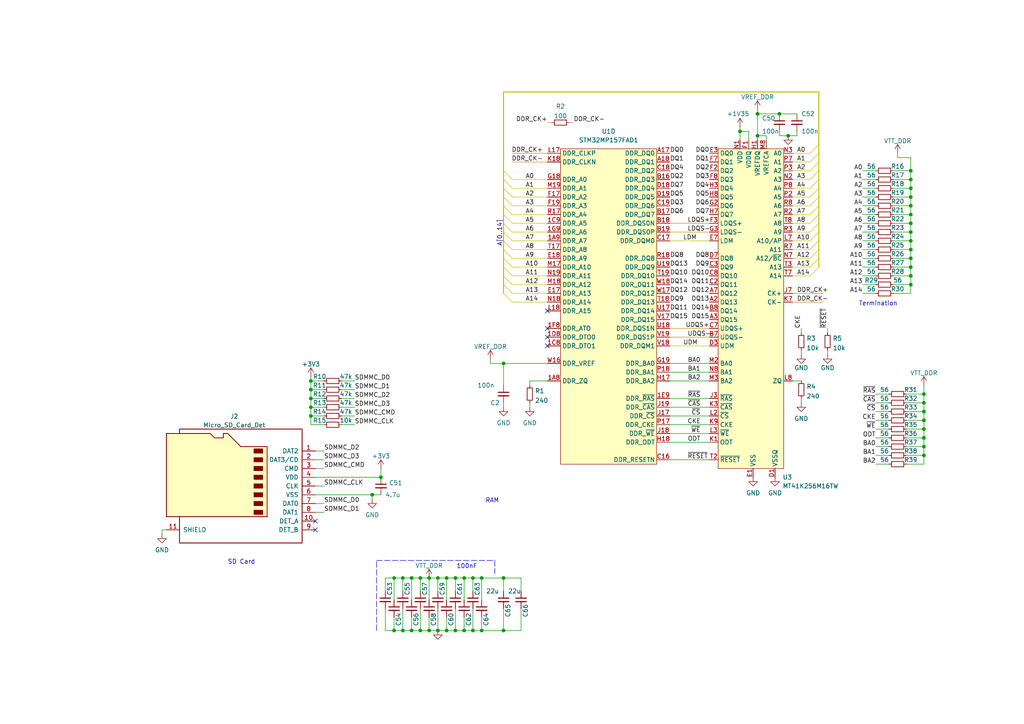
<source format=kicad_sch>
(kicad_sch (version 20231120) (generator "eeschema") (generator_version "8.0")
  (paper "A4")
  (junction (at 90.17 120.65))
  (junction (at 264.16 74.93))
  (junction (at 124.46 167.64))
  (junction (at 146.05 105.41))
  (junction (at 132.08 167.64))
  (junction (at 226.06 33.02))
  (junction (at 219.71 39.37))
  (junction (at 121.92 182.88))
  (junction (at 110.49 138.43))
  (junction (at 127 182.88))
  (junction (at 264.16 77.47))
  (junction (at 90.17 110.49))
  (junction (at 228.6 39.37))
  (junction (at 90.17 118.11))
  (junction (at 264.16 64.77))
  (junction (at 267.97 121.92))
  (junction (at 119.38 182.88))
  (junction (at 134.62 182.88))
  (junction (at 219.71 33.02))
  (junction (at 121.92 167.64))
  (junction (at 139.7 182.88))
  (junction (at 267.97 124.46))
  (junction (at 127 167.64))
  (junction (at 116.84 167.64))
  (junction (at 90.17 113.03))
  (junction (at 124.46 182.88))
  (junction (at 264.16 69.85))
  (junction (at 267.97 129.54))
  (junction (at 267.97 119.38))
  (junction (at 139.7 167.64))
  (junction (at 264.16 52.07))
  (junction (at 264.16 62.23))
  (junction (at 90.17 115.57))
  (junction (at 264.16 49.53))
  (junction (at 137.16 182.88))
  (junction (at 264.16 80.01))
  (junction (at 267.97 116.84))
  (junction (at 267.97 127))
  (junction (at 264.16 57.15))
  (junction (at 267.97 114.3))
  (junction (at 264.16 82.55))
  (junction (at 114.3 167.64))
  (junction (at 129.54 167.64))
  (junction (at 107.95 143.51))
  (junction (at 134.62 167.64))
  (junction (at 264.16 72.39))
  (junction (at 137.16 167.64))
  (junction (at 116.84 182.88))
  (junction (at 146.05 167.64))
  (junction (at 119.38 167.64))
  (junction (at 264.16 54.61))
  (junction (at 146.05 182.88))
  (junction (at 264.16 59.69))
  (junction (at 129.54 182.88))
  (junction (at 132.08 182.88))
  (junction (at 114.3 182.88))
  (junction (at 264.16 67.31))
  (junction (at 267.97 132.08))
  (junction (at 214.63 38.1))
  (no_connect (at 158.75 90.17))
  (no_connect (at 158.75 100.33))
  (no_connect (at 91.44 151.13))
  (no_connect (at 158.75 95.25))
  (no_connect (at 158.75 97.79))
  (no_connect (at 91.44 153.67))
  (bus_entry (at 234.95 69.85) (size 2.54 -2.54) (stroke (width 0) (color 194 194 0 1)))
  (bus_entry (at 148.59 85.09) (size -2.54 -2.54) (stroke (width 0) (color 194 194 0 1)))
  (bus_entry (at 234.95 54.61) (size 2.54 -2.54) (stroke (width 0) (color 194 194 0 1)))
  (bus_entry (at 234.95 44.45) (size 2.54 -2.54) (stroke (width 0) (color 194 194 0 1)))
  (bus_entry (at 148.59 59.69) (size -2.54 -2.54) (stroke (width 0) (color 194 194 0 1)))
  (bus_entry (at 148.59 67.31) (size -2.54 -2.54) (stroke (width 0) (color 194 194 0 1)))
  (bus_entry (at 148.59 62.23) (size -2.54 -2.54) (stroke (width 0) (color 194 194 0 1)))
  (bus_entry (at 148.59 74.93) (size -2.54 -2.54) (stroke (width 0) (color 194 194 0 1)))
  (bus_entry (at 148.59 64.77) (size -2.54 -2.54) (stroke (width 0) (color 194 194 0 1)))
  (bus_entry (at 148.59 80.01) (size -2.54 -2.54) (stroke (width 0) (color 194 194 0 1)))
  (bus_entry (at 234.95 59.69) (size 2.54 -2.54) (stroke (width 0) (color 194 194 0 1)))
  (bus_entry (at 234.95 80.01) (size 2.54 -2.54) (stroke (width 0) (color 194 194 0 1)))
  (bus_entry (at 148.59 54.61) (size -2.54 -2.54) (stroke (width 0) (color 194 194 0 1)))
  (bus_entry (at 148.59 72.39) (size -2.54 -2.54) (stroke (width 0) (color 194 194 0 1)))
  (bus_entry (at 148.59 57.15) (size -2.54 -2.54) (stroke (width 0) (color 194 194 0 1)))
  (bus_entry (at 234.95 52.07) (size 2.54 -2.54) (stroke (width 0) (color 194 194 0 1)))
  (bus_entry (at 234.95 67.31) (size 2.54 -2.54) (stroke (width 0) (color 194 194 0 1)))
  (bus_entry (at 234.95 64.77) (size 2.54 -2.54) (stroke (width 0) (color 194 194 0 1)))
  (bus_entry (at 234.95 74.93) (size 2.54 -2.54) (stroke (width 0) (color 194 194 0 1)))
  (bus_entry (at 234.95 62.23) (size 2.54 -2.54) (stroke (width 0) (color 194 194 0 1)))
  (bus_entry (at 148.59 82.55) (size -2.54 -2.54) (stroke (width 0) (color 194 194 0 1)))
  (bus_entry (at 234.95 72.39) (size 2.54 -2.54) (stroke (width 0) (color 194 194 0 1)))
  (bus_entry (at 234.95 49.53) (size 2.54 -2.54) (stroke (width 0) (color 194 194 0 1)))
  (bus_entry (at 234.95 46.99) (size 2.54 -2.54) (stroke (width 0) (color 194 194 0 1)))
  (bus_entry (at 148.59 77.47) (size -2.54 -2.54) (stroke (width 0) (color 194 194 0 1)))
  (bus_entry (at 148.59 87.63) (size -2.54 -2.54) (stroke (width 0) (color 194 194 0 1)))
  (bus_entry (at 234.95 77.47) (size 2.54 -2.54) (stroke (width 0) (color 194 194 0 1)))
  (bus_entry (at 148.59 69.85) (size -2.54 -2.54) (stroke (width 0) (color 194 194 0 1)))
  (bus_entry (at 234.95 57.15) (size 2.54 -2.54) (stroke (width 0) (color 194 194 0 1)))
  (bus_entry (at 148.59 52.07) (size -2.54 -2.54) (stroke (width 0) (color 194 194 0 1)))
  (wire (pts (xy 151.13 182.88) (xy 146.05 182.88)))
  (wire (pts (xy 194.31 100.33) (xy 205.74 100.33)) (stroke (width 0) (color 194 194 0 1)))
  (wire (pts (xy 267.97 111.76) (xy 267.97 114.3)))
  (wire (pts (xy 111.76 176.53) (xy 111.76 182.88)))
  (wire (pts (xy 91.44 140.97) (xy 93.98 140.97)))
  (wire (pts (xy 134.62 167.64) (xy 134.62 173.99)))
  (wire (pts (xy 250.19 80.01) (xy 254 80.01)))
  (wire (pts (xy 129.54 182.88) (xy 127 182.88)))
  (wire (pts (xy 222.25 40.64) (xy 222.25 39.37)))
  (wire (pts (xy 134.62 182.88) (xy 132.08 182.88)))
  (wire (pts (xy 91.44 148.59) (xy 93.98 148.59)))
  (wire (pts (xy 114.3 179.07) (xy 114.3 182.88)))
  (wire (pts (xy 229.87 52.07) (xy 234.95 52.07)) (stroke (width 0) (color 194 194 0 1)))
  (wire (pts (xy 132.08 182.88) (xy 129.54 182.88)))
  (wire (pts (xy 148.59 62.23) (xy 158.75 62.23)) (stroke (width 0) (color 194 194 0 1)))
  (wire (pts (xy 91.44 138.43) (xy 110.49 138.43)))
  (wire (pts (xy 99.06 113.03) (xy 102.87 113.03)))
  (wire (pts (xy 129.54 167.64) (xy 129.54 173.99)))
  (wire (pts (xy 148.59 46.99) (xy 158.75 46.99)) (stroke (width 0) (color 221 133 0 1)))
  (wire (pts (xy 119.38 182.88) (xy 121.92 182.88)))
  (wire (pts (xy 124.46 167.64) (xy 121.92 167.64)))
  (wire (pts (xy 137.16 167.64) (xy 137.16 171.45)))
  (wire (pts (xy 107.95 143.51) (xy 110.49 143.51)))
  (wire (pts (xy 254 129.54) (xy 257.81 129.54)))
  (wire (pts (xy 148.59 57.15) (xy 158.75 57.15)) (stroke (width 0) (color 194 194 0 1)))
  (wire (pts (xy 260.35 45.72) (xy 264.16 45.72)))
  (wire (pts (xy 264.16 82.55) (xy 264.16 85.09)))
  (wire (pts (xy 158.75 35.56) (xy 160.02 35.56)) (stroke (width 0) (color 221 133 0 1)))
  (wire (pts (xy 229.87 77.47) (xy 234.95 77.47)) (stroke (width 0) (color 194 194 0 1)))
  (bus (pts (xy 237.49 41.91) (xy 237.49 26.67)) (stroke (width 0) (color 194 194 0 1)))
  (wire (pts (xy 267.97 119.38) (xy 267.97 121.92)))
  (wire (pts (xy 194.31 110.49) (xy 205.74 110.49)))
  (wire (pts (xy 132.08 167.64) (xy 134.62 167.64)))
  (wire (pts (xy 91.44 146.05) (xy 93.98 146.05)))
  (wire (pts (xy 114.3 167.64) (xy 114.3 173.99)))
  (wire (pts (xy 90.17 115.57) (xy 93.98 115.57)))
  (wire (pts (xy 240.03 95.25) (xy 240.03 96.52)))
  (bus (pts (xy 237.49 77.47) (xy 237.49 74.93)) (stroke (width 0) (color 194 194 0 1)))
  (wire (pts (xy 148.59 64.77) (xy 158.75 64.77)) (stroke (width 0) (color 194 194 0 1)))
  (wire (pts (xy 214.63 38.1) (xy 217.17 38.1)))
  (wire (pts (xy 165.1 35.56) (xy 166.37 35.56)) (stroke (width 0) (color 221 133 0 1)))
  (wire (pts (xy 219.71 33.02) (xy 219.71 39.37)))
  (wire (pts (xy 250.19 72.39) (xy 254 72.39)))
  (wire (pts (xy 119.38 167.64) (xy 119.38 173.99)))
  (wire (pts (xy 90.17 113.03) (xy 93.98 113.03)))
  (wire (pts (xy 259.08 64.77) (xy 264.16 64.77)))
  (bus (pts (xy 237.49 59.69) (xy 237.49 57.15)) (stroke (width 0) (color 194 194 0 1)))
  (wire (pts (xy 124.46 167.64) (xy 127 167.64)))
  (wire (pts (xy 250.19 82.55) (xy 254 82.55)))
  (wire (pts (xy 194.31 95.25) (xy 205.74 95.25)) (stroke (width 0) (color 221 133 0 1)))
  (wire (pts (xy 219.71 31.75) (xy 219.71 33.02)))
  (wire (pts (xy 226.06 33.02) (xy 231.14 33.02)))
  (wire (pts (xy 259.08 69.85) (xy 264.16 69.85)))
  (wire (pts (xy 229.87 46.99) (xy 234.95 46.99)) (stroke (width 0) (color 194 194 0 1)))
  (wire (pts (xy 137.16 176.53) (xy 137.16 182.88)))
  (wire (pts (xy 194.31 67.31) (xy 205.74 67.31)) (stroke (width 0) (color 221 133 0 1)))
  (wire (pts (xy 264.16 77.47) (xy 264.16 80.01)))
  (wire (pts (xy 194.31 97.79) (xy 205.74 97.79)) (stroke (width 0) (color 221 133 0 1)))
  (wire (pts (xy 129.54 179.07) (xy 129.54 182.88)))
  (wire (pts (xy 148.59 87.63) (xy 158.75 87.63)) (stroke (width 0) (color 194 194 0 1)))
  (bus (pts (xy 146.05 49.53) (xy 146.05 52.07)) (stroke (width 0) (color 194 194 0 1)))
  (wire (pts (xy 137.16 182.88) (xy 134.62 182.88)))
  (wire (pts (xy 262.89 119.38) (xy 267.97 119.38)))
  (wire (pts (xy 254 124.46) (xy 257.81 124.46)))
  (wire (pts (xy 194.31 107.95) (xy 205.74 107.95)))
  (wire (pts (xy 121.92 167.64) (xy 119.38 167.64)))
  (wire (pts (xy 229.87 80.01) (xy 234.95 80.01)) (stroke (width 0) (color 194 194 0 1)))
  (wire (pts (xy 139.7 173.99) (xy 139.7 167.64)))
  (wire (pts (xy 254 134.62) (xy 257.81 134.62)))
  (polyline (pts (xy 143.51 162.56) (xy 143.51 166.37)) (stroke (width 0) (type dash)))
  (wire (pts (xy 99.06 123.19) (xy 102.87 123.19)))
  (wire (pts (xy 260.35 44.45) (xy 260.35 45.72)))
  (wire (pts (xy 194.31 128.27) (xy 205.74 128.27)))
  (wire (pts (xy 219.71 33.02) (xy 226.06 33.02)))
  (wire (pts (xy 194.31 105.41) (xy 205.74 105.41)))
  (wire (pts (xy 262.89 116.84) (xy 267.97 116.84)))
  (wire (pts (xy 99.06 120.65) (xy 102.87 120.65)))
  (wire (pts (xy 90.17 110.49) (xy 90.17 113.03)))
  (wire (pts (xy 151.13 171.45) (xy 151.13 167.64)))
  (wire (pts (xy 254 132.08) (xy 257.81 132.08)))
  (wire (pts (xy 142.24 105.41) (xy 146.05 105.41)))
  (wire (pts (xy 250.19 69.85) (xy 254 69.85)))
  (bus (pts (xy 237.49 46.99) (xy 237.49 44.45)) (stroke (width 0) (color 194 194 0 1)))
  (wire (pts (xy 99.06 110.49) (xy 102.87 110.49)))
  (bus (pts (xy 237.49 26.67) (xy 146.05 26.67)) (stroke (width 0) (color 194 194 0 1)))
  (bus (pts (xy 146.05 77.47) (xy 146.05 80.01)) (stroke (width 0) (color 194 194 0 1)))
  (wire (pts (xy 151.13 176.53) (xy 151.13 182.88)))
  (wire (pts (xy 229.87 64.77) (xy 234.95 64.77)) (stroke (width 0) (color 194 194 0 1)))
  (bus (pts (xy 237.49 44.45) (xy 237.49 41.91)) (stroke (width 0) (color 194 194 0 1)))
  (wire (pts (xy 116.84 167.64) (xy 114.3 167.64)))
  (wire (pts (xy 148.59 69.85) (xy 158.75 69.85)) (stroke (width 0) (color 194 194 0 1)))
  (wire (pts (xy 107.95 143.51) (xy 91.44 143.51)))
  (bus (pts (xy 146.05 64.77) (xy 146.05 67.31)) (stroke (width 0) (color 194 194 0 1)))
  (bus (pts (xy 146.05 26.67) (xy 146.05 49.53)) (stroke (width 0) (color 194 194 0 1)))
  (wire (pts (xy 229.87 49.53) (xy 234.95 49.53)) (stroke (width 0) (color 194 194 0 1)))
  (bus (pts (xy 237.49 62.23) (xy 237.49 59.69)) (stroke (width 0) (color 194 194 0 1)))
  (wire (pts (xy 158.75 110.49) (xy 153.67 110.49)))
  (wire (pts (xy 254 119.38) (xy 257.81 119.38)))
  (wire (pts (xy 121.92 182.88) (xy 124.46 182.88)))
  (wire (pts (xy 99.06 115.57) (xy 102.87 115.57)))
  (wire (pts (xy 254 116.84) (xy 257.81 116.84)))
  (bus (pts (xy 146.05 82.55) (xy 146.05 85.09)) (stroke (width 0) (color 194 194 0 1)))
  (wire (pts (xy 229.87 110.49) (xy 232.41 110.49)))
  (wire (pts (xy 264.16 64.77) (xy 264.16 67.31)))
  (wire (pts (xy 229.87 44.45) (xy 234.95 44.45)) (stroke (width 0) (color 194 194 0 1)))
  (bus (pts (xy 146.05 59.69) (xy 146.05 62.23)) (stroke (width 0) (color 194 194 0 1)))
  (wire (pts (xy 90.17 115.57) (xy 90.17 118.11)))
  (wire (pts (xy 194.31 133.35) (xy 205.74 133.35)))
  (wire (pts (xy 262.89 129.54) (xy 267.97 129.54)))
  (wire (pts (xy 240.03 101.6) (xy 240.03 102.87)))
  (wire (pts (xy 264.16 54.61) (xy 264.16 57.15)))
  (wire (pts (xy 264.16 74.93) (xy 264.16 77.47)))
  (wire (pts (xy 90.17 118.11) (xy 93.98 118.11)))
  (wire (pts (xy 250.19 74.93) (xy 254 74.93)))
  (wire (pts (xy 226.06 38.1) (xy 226.06 39.37)))
  (wire (pts (xy 264.16 72.39) (xy 264.16 74.93)))
  (wire (pts (xy 99.06 118.11) (xy 102.87 118.11)))
  (bus (pts (xy 146.05 62.23) (xy 146.05 64.77)) (stroke (width 0) (color 194 194 0 1)))
  (bus (pts (xy 237.49 74.93) (xy 237.49 72.39)) (stroke (width 0) (color 194 194 0 1)))
  (wire (pts (xy 153.67 116.84) (xy 153.67 118.11)))
  (bus (pts (xy 146.05 52.07) (xy 146.05 54.61)) (stroke (width 0) (color 194 194 0 1)))
  (bus (pts (xy 237.49 69.85) (xy 237.49 67.31)) (stroke (width 0) (color 194 194 0 1)))
  (polyline (pts (xy 109.22 182.88) (xy 109.22 162.56)) (stroke (width 0) (type dash)))
  (wire (pts (xy 262.89 121.92) (xy 267.97 121.92)))
  (wire (pts (xy 124.46 182.88) (xy 127 182.88)))
  (wire (pts (xy 250.19 54.61) (xy 254 54.61)))
  (bus (pts (xy 146.05 67.31) (xy 146.05 69.85)) (stroke (width 0) (color 194 194 0 1)))
  (wire (pts (xy 194.31 69.85) (xy 205.74 69.85)) (stroke (width 0) (color 194 194 0 1)))
  (wire (pts (xy 228.6 39.37) (xy 231.14 39.37)))
  (wire (pts (xy 232.41 101.6) (xy 232.41 102.87)))
  (wire (pts (xy 259.08 82.55) (xy 264.16 82.55)))
  (wire (pts (xy 262.89 134.62) (xy 267.97 134.62)))
  (wire (pts (xy 124.46 167.64) (xy 124.46 173.99)))
  (wire (pts (xy 250.19 62.23) (xy 254 62.23)))
  (wire (pts (xy 262.89 114.3) (xy 267.97 114.3)))
  (wire (pts (xy 194.31 115.57) (xy 205.74 115.57)))
  (wire (pts (xy 259.08 80.01) (xy 264.16 80.01)))
  (bus (pts (xy 146.05 69.85) (xy 146.05 72.39)) (stroke (width 0) (color 194 194 0 1)))
  (wire (pts (xy 264.16 49.53) (xy 264.16 52.07)))
  (wire (pts (xy 264.16 59.69) (xy 264.16 62.23)))
  (wire (pts (xy 148.59 59.69) (xy 158.75 59.69)) (stroke (width 0) (color 194 194 0 1)))
  (wire (pts (xy 146.05 105.41) (xy 158.75 105.41)))
  (wire (pts (xy 267.97 129.54) (xy 267.97 132.08)))
  (wire (pts (xy 254 114.3) (xy 257.81 114.3)))
  (wire (pts (xy 259.08 77.47) (xy 264.16 77.47)))
  (wire (pts (xy 90.17 120.65) (xy 93.98 120.65)))
  (wire (pts (xy 264.16 62.23) (xy 264.16 64.77)))
  (wire (pts (xy 267.97 116.84) (xy 267.97 119.38)))
  (wire (pts (xy 127 167.64) (xy 129.54 167.64)))
  (wire (pts (xy 194.31 118.11) (xy 205.74 118.11)))
  (bus (pts (xy 146.05 54.61) (xy 146.05 57.15)) (stroke (width 0) (color 194 194 0 1)))
  (wire (pts (xy 232.41 115.57) (xy 232.41 116.84)))
  (wire (pts (xy 148.59 72.39) (xy 158.75 72.39)) (stroke (width 0) (color 194 194 0 1)))
  (wire (pts (xy 90.17 110.49) (xy 93.98 110.49)))
  (wire (pts (xy 267.97 124.46) (xy 267.97 127)))
  (wire (pts (xy 146.05 105.41) (xy 146.05 111.76)))
  (wire (pts (xy 46.99 154.94) (xy 46.99 153.67)))
  (wire (pts (xy 264.16 52.07) (xy 264.16 54.61)))
  (wire (pts (xy 132.08 176.53) (xy 132.08 182.88)))
  (wire (pts (xy 116.84 182.88) (xy 119.38 182.88)))
  (wire (pts (xy 250.19 67.31) (xy 254 67.31)))
  (wire (pts (xy 250.19 59.69) (xy 254 59.69)))
  (wire (pts (xy 90.17 113.03) (xy 90.17 115.57)))
  (wire (pts (xy 116.84 167.64) (xy 116.84 171.45)))
  (wire (pts (xy 250.19 77.47) (xy 254 77.47)))
  (bus (pts (xy 146.05 80.01) (xy 146.05 82.55)) (stroke (width 0) (color 194 194 0 1)))
  (wire (pts (xy 46.99 153.67) (xy 48.26 153.67)))
  (wire (pts (xy 229.87 85.09) (xy 238.76 85.09)) (stroke (width 0) (color 221 133 0 1)))
  (wire (pts (xy 107.95 144.78) (xy 107.95 143.51)))
  (wire (pts (xy 250.19 52.07) (xy 254 52.07)))
  (wire (pts (xy 91.44 130.81) (xy 93.98 130.81)))
  (wire (pts (xy 232.41 95.25) (xy 232.41 96.52)))
  (wire (pts (xy 219.71 39.37) (xy 219.71 40.64)))
  (bus (pts (xy 237.49 52.07) (xy 237.49 49.53)) (stroke (width 0) (color 194 194 0 1)))
  (wire (pts (xy 139.7 167.64) (xy 137.16 167.64)))
  (wire (pts (xy 267.97 134.62) (xy 267.97 132.08)))
  (wire (pts (xy 259.08 85.09) (xy 264.16 85.09)))
  (wire (pts (xy 134.62 179.07) (xy 134.62 182.88)))
  (wire (pts (xy 250.19 85.09) (xy 254 85.09)))
  (wire (pts (xy 264.16 80.01) (xy 264.16 82.55)))
  (wire (pts (xy 139.7 182.88) (xy 137.16 182.88)))
  (wire (pts (xy 259.08 74.93) (xy 264.16 74.93)))
  (wire (pts (xy 146.05 116.84) (xy 146.05 118.11)))
  (bus (pts (xy 146.05 74.93) (xy 146.05 77.47)) (stroke (width 0) (color 194 194 0 1)))
  (wire (pts (xy 194.31 120.65) (xy 205.74 120.65)))
  (wire (pts (xy 217.17 38.1) (xy 217.17 40.64)))
  (wire (pts (xy 254 127) (xy 257.81 127)))
  (wire (pts (xy 264.16 57.15) (xy 264.16 59.69)))
  (wire (pts (xy 148.59 52.07) (xy 158.75 52.07)) (stroke (width 0) (color 194 194 0 1)))
  (wire (pts (xy 267.97 127) (xy 267.97 129.54)))
  (wire (pts (xy 262.89 132.08) (xy 267.97 132.08)))
  (wire (pts (xy 148.59 44.45) (xy 158.75 44.45)) (stroke (width 0) (color 221 133 0 1)))
  (wire (pts (xy 229.87 57.15) (xy 234.95 57.15)) (stroke (width 0) (color 194 194 0 1)))
  (wire (pts (xy 259.08 54.61) (xy 264.16 54.61)))
  (wire (pts (xy 129.54 167.64) (xy 132.08 167.64)))
  (wire (pts (xy 90.17 118.11) (xy 90.17 120.65)))
  (wire (pts (xy 146.05 182.88) (xy 139.7 182.88)))
  (wire (pts (xy 134.62 167.64) (xy 137.16 167.64)))
  (wire (pts (xy 153.67 110.49) (xy 153.67 111.76)))
  (bus (pts (xy 146.05 72.39) (xy 146.05 74.93)) (stroke (width 0) (color 194 194 0 1)))
  (wire (pts (xy 194.31 125.73) (xy 205.74 125.73)))
  (wire (pts (xy 148.59 82.55) (xy 158.75 82.55)) (stroke (width 0) (color 194 194 0 1)))
  (wire (pts (xy 111.76 167.64) (xy 111.76 171.45)))
  (wire (pts (xy 91.44 135.89) (xy 93.98 135.89)))
  (wire (pts (xy 267.97 121.92) (xy 267.97 124.46)))
  (bus (pts (xy 237.49 49.53) (xy 237.49 46.99)) (stroke (width 0) (color 194 194 0 1)))
  (wire (pts (xy 142.24 104.14) (xy 142.24 105.41)))
  (wire (pts (xy 229.87 74.93) (xy 234.95 74.93)) (stroke (width 0) (color 194 194 0 1)))
  (wire (pts (xy 116.84 176.53) (xy 116.84 182.88)))
  (wire (pts (xy 259.08 57.15) (xy 264.16 57.15)))
  (wire (pts (xy 132.08 167.64) (xy 132.08 171.45)))
  (wire (pts (xy 148.59 67.31) (xy 158.75 67.31)) (stroke (width 0) (color 194 194 0 1)))
  (bus (pts (xy 237.49 67.31) (xy 237.49 64.77)) (stroke (width 0) (color 194 194 0 1)))
  (wire (pts (xy 250.19 64.77) (xy 254 64.77)))
  (wire (pts (xy 121.92 176.53) (xy 121.92 182.88)))
  (wire (pts (xy 148.59 54.61) (xy 158.75 54.61)) (stroke (width 0) (color 194 194 0 1)))
  (wire (pts (xy 127 176.53) (xy 127 182.88)))
  (wire (pts (xy 90.17 123.19) (xy 93.98 123.19)))
  (bus (pts (xy 237.49 54.61) (xy 237.49 52.07)) (stroke (width 0) (color 194 194 0 1)))
  (bus (pts (xy 237.49 57.15) (xy 237.49 54.61)) (stroke (width 0) (color 194 194 0 1)))
  (bus (pts (xy 237.49 64.77) (xy 237.49 62.23)) (stroke (width 0) (color 194 194 0 1)))
  (wire (pts (xy 229.87 62.23) (xy 234.95 62.23)) (stroke (width 0) (color 194 194 0 1)))
  (wire (pts (xy 114.3 182.88) (xy 116.84 182.88)))
  (wire (pts (xy 110.49 135.89) (xy 110.49 138.43)))
  (wire (pts (xy 148.59 77.47) (xy 158.75 77.47)) (stroke (width 0) (color 194 194 0 1)))
  (bus (pts (xy 146.05 57.15) (xy 146.05 59.69)) (stroke (width 0) (color 194 194 0 1)))
  (wire (pts (xy 146.05 176.53) (xy 146.05 182.88)))
  (polyline (pts (xy 109.22 162.56) (xy 143.51 162.56)) (stroke (width 0) (type dash)))
  (wire (pts (xy 226.06 39.37) (xy 228.6 39.37)))
  (wire (pts (xy 259.08 59.69) (xy 264.16 59.69)))
  (wire (pts (xy 148.59 80.01) (xy 158.75 80.01)) (stroke (width 0) (color 194 194 0 1)))
  (wire (pts (xy 264.16 69.85) (xy 264.16 72.39)))
  (wire (pts (xy 214.63 36.83) (xy 214.63 38.1)))
  (wire (pts (xy 229.87 54.61) (xy 234.95 54.61)) (stroke (width 0) (color 194 194 0 1)))
  (wire (pts (xy 90.17 109.22) (xy 90.17 110.49)))
  (wire (pts (xy 139.7 179.07) (xy 139.7 182.88)))
  (wire (pts (xy 90.17 120.65) (xy 90.17 123.19)))
  (wire (pts (xy 229.87 69.85) (xy 234.95 69.85)) (stroke (width 0) (color 194 194 0 1)))
  (wire (pts (xy 127 167.64) (xy 127 171.45)))
  (wire (pts (xy 119.38 167.64) (xy 116.84 167.64)))
  (wire (pts (xy 250.19 49.53) (xy 254 49.53)))
  (wire (pts (xy 259.08 72.39) (xy 264.16 72.39)))
  (wire (pts (xy 148.59 85.09) (xy 158.75 85.09)) (stroke (width 0) (color 194 194 0 1)))
  (wire (pts (xy 121.92 167.64) (xy 121.92 171.45)))
  (wire (pts (xy 264.16 45.72) (xy 264.16 49.53)))
  (wire (pts (xy 259.08 67.31) (xy 264.16 67.31)))
  (wire (pts (xy 229.87 67.31) (xy 234.95 67.31)) (stroke (width 0) (color 194 194 0 1)))
  (wire (pts (xy 194.31 123.19) (xy 205.74 123.19)))
  (wire (pts (xy 254 121.92) (xy 257.81 121.92)))
  (wire (pts (xy 222.25 39.37) (xy 219.71 39.37)))
  (wire (pts (xy 91.44 133.35) (xy 93.98 133.35)))
  (wire (pts (xy 194.31 64.77) (xy 205.74 64.77)) (stroke (width 0) (color 221 133 0 1)))
  (wire (pts (xy 229.87 59.69) (xy 234.95 59.69)) (stroke (width 0) (color 194 194 0 1)))
  (wire (pts (xy 111.76 182.88) (xy 114.3 182.88)))
  (wire (pts (xy 262.89 124.46) (xy 267.97 124.46)))
  (wire (pts (xy 124.46 179.07) (xy 124.46 182.88)))
  (wire (pts (xy 119.38 179.07) (xy 119.38 182.88)))
  (wire (pts (xy 259.08 62.23) (xy 264.16 62.23)))
  (wire (pts (xy 114.3 167.64) (xy 111.76 167.64)))
  (wire (pts (xy 146.05 167.64) (xy 146.05 171.45)))
  (wire (pts (xy 231.14 39.37) (xy 231.14 38.1)))
  (wire (pts (xy 229.87 72.39) (xy 234.95 72.39)) (stroke (width 0) (color 194 194 0 1)))
  (wire (pts (xy 259.08 49.53) (xy 264.16 49.53)))
  (bus (pts (xy 237.49 72.39) (xy 237.49 69.85)) (stroke (width 0) (color 194 194 0 1)))
  (wire (pts (xy 267.97 114.3) (xy 267.97 116.84)))
  (wire (pts (xy 250.19 57.15) (xy 254 57.15)))
  (wire (pts (xy 229.87 87.63) (xy 238.76 87.63)) (stroke (width 0) (color 221 133 0 1)))
  (wire (pts (xy 151.13 167.64) (xy 146.05 167.64)))
  (wire (pts (xy 259.08 52.07) (xy 264.16 52.07)))
  (wire (pts (xy 264.16 67.31) (xy 264.16 69.85)))
  (wire (pts (xy 146.05 167.64) (xy 139.7 167.64)))
  (wire (pts (xy 214.63 38.1) (xy 214.63 40.64)))
  (wire (pts (xy 148.59 74.93) (xy 158.75 74.93)) (stroke (width 0) (color 194 194 0 1)))
  (wire (pts (xy 262.89 127) (xy 267.97 127)))
  (text "RAM" (at 144.78 146.05 0) (effects (font (size 1.27 1.27)) (justify right bottom)))
  (text "SD Card" (at 66.04 163.83 0) (effects (font (size 1.27 1.27)) (justify left bottom)))
  (text "100nF" (at 138.43 165.1 0) (effects (font (size 1.27 1.27)) (justify right bottom)))
  (text "Termination" (at 260.35 88.9 0) (effects (font (size 1.27 1.27)) (justify right bottom)))
  (label "A13" (at 152.4 85.09 0))
  (label "DQ14" (at 194.31 82.55 0))
  (label "DDR_CK-" (at 166.37 35.56 0))
  (label "DQ5" (at 205.74 57.15 180))
  (label "DQ15" (at 194.31 92.71 0))
  (label "~{WE}" (at 254 124.46 180))
  (label "~{WE}" (at 203.2 125.73 180))
  (label "A7" (at 231.14 62.23 0))
  (label "DQ11" (at 194.31 90.17 0))
  (label "A10" (at 152.4 77.47 0))
  (label "A8" (at 152.4 72.39 0))
  (label "A6" (at 152.4 67.31 0))
  (label "DDR_CK-" (at 157.48 46.99 180))
  (label "A6" (at 231.14 59.69 0))
  (label "A3" (at 152.4 59.69 0))
  (label "DQ8" (at 194.31 74.93 0))
  (label "A0" (at 231.14 44.45 0))
  (label "A3" (at 250.19 57.15 180))
  (label "DQ6" (at 205.74 59.69 180))
  (label "A7" (at 250.19 67.31 180))
  (label "DQ10" (at 194.31 80.01 0))
  (label "DQ11" (at 205.74 82.55 180))
  (label "A12" (at 152.4 82.55 0))
  (label "SDMMC_CLK" (at 93.98 140.97 0))
  (label "DQ10" (at 205.74 80.01 180))
  (label "SDMMC_CMD" (at 102.87 120.65 0))
  (label "A11" (at 152.4 80.01 0))
  (label "CKE" (at 254 121.92 180))
  (label "SDMMC_D3" (at 102.87 118.11 0))
  (label "A1" (at 231.14 46.99 0))
  (label "A1" (at 152.4 54.61 0))
  (label "DDR_CK+" (at 158.75 35.56 180))
  (label "A[0..14]" (at 146.05 63.5 270))
  (label "SDMMC_D3" (at 93.98 133.35 0))
  (label "DQ9" (at 205.74 77.47 180))
  (label "DQ3" (at 205.74 52.07 180))
  (label "DQ5" (at 194.31 57.15 0))
  (label "A2" (at 231.14 49.53 0))
  (label "A4" (at 152.4 62.23 0))
  (label "SDMMC_D2" (at 93.98 130.81 0))
  (label "A2" (at 152.4 57.15 0))
  (label "~{CAS}" (at 254 116.84 180))
  (label "A5" (at 231.14 57.15 0))
  (label "A1" (at 250.19 52.07 180))
  (label "A13" (at 231.14 77.47 0))
  (label "A4" (at 231.14 54.61 0))
  (label "A5" (at 250.19 62.23 180))
  (label "UDQS-" (at 199.39 97.79 0))
  (label "DQ2" (at 205.74 49.53 180))
  (label "DQ9" (at 194.31 87.63 0))
  (label "LDQS-" (at 199.39 67.31 0))
  (label "BA2" (at 203.2 110.49 180))
  (label "A3" (at 231.14 52.07 0))
  (label "A11" (at 231.14 72.39 0))
  (label "CKE" (at 232.41 95.25 90))
  (label "DDR_CK+" (at 157.48 44.45 180))
  (label "A14" (at 250.19 85.09 180))
  (label "DQ13" (at 194.31 77.47 0))
  (label "SDMMC_D1" (at 102.87 113.03 0))
  (label "DQ1" (at 194.31 46.99 0))
  (label "UDM" (at 198.12 100.33 0))
  (label "ODT" (at 203.2 128.27 180))
  (label "SDMMC_D1" (at 93.98 148.59 0))
  (label "LDQS+" (at 199.39 64.77 0))
  (label "SDMMC_D0" (at 93.98 146.05 0))
  (label "A0" (at 250.19 49.53 180))
  (label "A0" (at 152.4 52.07 0))
  (label "DDR_CK+" (at 231.14 85.09 0))
  (label "DQ4" (at 194.31 49.53 0))
  (label "DQ7" (at 194.31 54.61 0))
  (label "DQ0" (at 194.31 44.45 0))
  (label "A9" (at 231.14 67.31 0))
  (label "A6" (at 250.19 64.77 180))
  (label "LDM" (at 198.12 69.85 0))
  (label "DQ13" (at 205.74 87.63 180))
  (label "BA1" (at 203.2 107.95 180))
  (label "A10" (at 250.19 74.93 180))
  (label "~{CS}" (at 254 119.38 180))
  (label "DQ8" (at 205.74 74.93 180))
  (label "DQ6" (at 194.31 62.23 0))
  (label "~{CS}" (at 203.2 120.65 180))
  (label "~{RAS}" (at 203.2 115.57 180))
  (label "~{RESET}" (at 240.03 95.25 90))
  (label "A14" (at 152.4 87.63 0))
  (label "DQ12" (at 205.74 85.09 180))
  (label "UDQS+" (at 205.74 95.25 180))
  (label "DQ15" (at 205.74 92.71 180))
  (label "BA2" (at 254 134.62 180))
  (label "SDMMC_CLK" (at 102.87 123.19 0))
  (label "A8" (at 250.19 69.85 180))
  (label "SDMMC_D0" (at 102.87 110.49 0))
  (label "A13" (at 250.19 82.55 180))
  (label "DQ0" (at 205.74 44.45 180))
  (label "A11" (at 250.19 77.47 180))
  (label "BA1" (at 254 132.08 180))
  (label "DQ1" (at 205.74 46.99 180))
  (label "ODT" (at 254 127 180))
  (label "A12" (at 250.19 80.01 180))
  (label "DQ3" (at 194.31 59.69 0))
  (label "A12" (at 231.14 74.93 0))
  (label "DQ14" (at 205.74 90.17 180))
  (label "A14" (at 231.14 80.01 0))
  (label "BA0" (at 203.2 105.41 180))
  (label "A2" (at 250.19 54.61 180))
  (label "BA0" (at 254 129.54 180))
  (label "~{RAS}" (at 254 114.3 180))
  (label "SDMMC_CMD" (at 93.98 135.89 0))
  (label "DQ2" (at 194.31 52.07 0))
  (label "A8" (at 231.14 64.77 0))
  (label "A9" (at 250.19 72.39 180))
  (label "A9" (at 152.4 74.93 0))
  (label "~{CAS}" (at 203.2 118.11 180))
  (label "CKE" (at 199.39 123.19 0))
  (label "DDR_CK-" (at 231.14 87.63 0))
  (label "SDMMC_D2" (at 102.87 115.57 0))
  (label "DQ7" (at 205.74 62.23 180))
  (label "DQ4" (at 205.74 54.61 180))
  (label "~{RESET}" (at 199.39 133.35 0))
  (label "A5" (at 152.4 64.77 0))
  (label "DQ12" (at 194.31 85.09 0))
  (label "A4" (at 250.19 59.69 180))
  (label "A7" (at 152.4 69.85 0))
  (label "A10" (at 231.14 69.85 0))
  (symbol (lib_id "Device:C_Small") (at 124.46 176.53 0) (unit 1)
    (property "Reference" "C58" (at 125.73 181.61 90) (effects (justify left)))
    (property "Value" "100n" (effects (hide yes)))
    (property "Footprint" "Capacitor_SMD:C_0402_1005Metric" (effects (hide yes)))
  )
  (symbol (lib_id "power:GND") (at 228.6 39.37 0) (unit 1)
    (property "Reference" "#PWR080" (effects (hide yes)))
    (property "Value" "GND" (effects (hide yes)))
  )
  (symbol (lib_id "power:+3.3V") (at 110.49 135.89 0) (unit 1)
    (property "Reference" "#PWR052" (effects (hide yes)))
    (property "Value" "+3V3" (at 110.49 132.2855 0))
  )
  (symbol (lib_id "Device:R_Small") (at 256.54 85.09 90) (unit 1)
    (property "Reference" "R30" (at 260.35 83.82 90))
    (property "Value" "56" (at 252.73 83.82 90))
    (property "Footprint" "Resistor_SMD:R_0402_1005Metric" (effects (hide yes)))
  )
  (symbol (lib_id "Device:R_Small") (at 260.35 121.92 90) (unit 1)
    (property "Reference" "R34" (at 264.16 120.65 90))
    (property "Value" "56" (at 256.54 120.65 90))
    (property "Footprint" "Resistor_SMD:R_0402_1005Metric" (effects (hide yes)))
  )
  (symbol (lib_id "Device:C_Small") (at 226.06 35.56 0) (unit 1)
    (property "Reference" "C50" (at 220.98 34.29 0) (effects (justify left)))
    (property "Value" "100n" (at 220.98 38.1 0) (effects (justify left)))
    (property "Footprint" "Capacitor_SMD:C_0402_1005Metric" (effects (hide yes)))
  )
  (symbol (lib_id "Device:R_Small") (at 256.54 62.23 90) (unit 1)
    (property "Reference" "R21" (at 260.35 60.96 90))
    (property "Value" "56" (at 252.73 60.96 90))
    (property "Footprint" "Resistor_SMD:R_0402_1005Metric" (effects (hide yes)))
  )
  (symbol (lib_id "Device:C_Small") (at 111.76 173.99 0) (unit 1)
    (property "Reference" "C53" (at 113.03 172.72 90) (effects (justify left)))
    (property "Value" "100n" (effects (hide yes)))
    (property "Footprint" "Capacitor_SMD:C_0402_1005Metric" (effects (hide yes)))
  )
  (symbol (lib_id "power:GND") (at 232.41 102.87 0) (unit 1)
    (property "Reference" "#PWR081" (effects (hide yes)))
    (property "Value" "GND" (at 232.41 106.68 0))
  )
  (symbol (lib_id "Device:R_Small") (at 260.35 129.54 90) (unit 1)
    (property "Reference" "R37" (at 264.16 128.27 90))
    (property "Value" "56" (at 256.54 128.27 90))
    (property "Footprint" "Resistor_SMD:R_0402_1005Metric" (effects (hide yes)))
  )
  (symbol (lib_id "Device:C_Small") (at 132.08 173.99 0) (unit 1)
    (property "Reference" "C61" (at 133.35 172.72 90) (effects (justify left)))
    (property "Value" "100n" (effects (hide yes)))
    (property "Footprint" "Capacitor_SMD:C_0402_1005Metric" (effects (hide yes)))
  )
  (symbol (lib_id "Device:R_Small") (at 232.41 99.06 0) (unit 1)
    (property "Reference" "R3" (at 233.9086 98.1515 0) (effects (justify left)))
    (property "Value" "10k" (at 233.9086 100.9266 0) (effects (justify left)))
    (property "Footprint" "Resistor_SMD:R_0402_1005Metric" (effects (hide yes)))
  )
  (symbol (lib_id "Device:R_Small") (at 153.67 114.3 0) (unit 1)
    (property "Reference" "R1" (at 155.1686 113.3915 0) (effects (justify left)))
    (property "Value" "240" (at 155.1686 116.1666 0) (effects (justify left)))
    (property "Footprint" "Resistor_SMD:R_0402_1005Metric" (effects (hide yes)))
  )
  (symbol (lib_id "Connector:Micro_SD_Card_Det") (at 68.58 140.97 0) (mirror y) (unit 1)
    (property "Reference" "J2" (at 67.945 120.7602 0))
    (property "Value" "Micro_SD_Card_Det" (at 67.945 123.2971 0))
    (property "Footprint" "Connector_Card:microSD_HC_Molex_104031-0811" (effects (hide yes)))
    (property "Datasheet" "https://www.hirose.com/product/en/download_file/key_name/DM3/category/Catalog/doc_file_id/49662/?file_category_id=4&item_id=195&is_series=1" (effects (hide yes)))
  )
  (symbol (lib_id "Device:R_Small") (at 256.54 69.85 90) (unit 1)
    (property "Reference" "R24" (at 260.35 68.58 90))
    (property "Value" "56" (at 252.73 68.58 90))
    (property "Footprint" "Resistor_SMD:R_0402_1005Metric" (effects (hide yes)))
  )
  (symbol (lib_id "Device:C_Small") (at 146.05 173.99 0) (unit 1)
    (property "Reference" "C65" (at 147.32 179.07 90) (effects (justify left)))
    (property "Value" "22u" (at 140.97 171.45 0) (effects (justify left)))
    (property "Footprint" "Capacitor_SMD:C_0805_2012Metric" (effects (hide yes)))
  )
  (symbol (lib_id "Device:R_Small") (at 96.52 113.03 270) (unit 1)
    (property "Reference" "R11" (at 92.71 111.76 90))
    (property "Value" "47k" (at 100.33 111.76 90))
    (property "Footprint" "Resistor_SMD:R_0402_1005Metric" (effects (hide yes)))
  )
  (symbol (lib_id "Device:R_Small") (at 232.41 113.03 0) (unit 1)
    (property "Reference" "R4" (at 233.9086 112.1215 0) (effects (justify left)))
    (property "Value" "240" (at 233.9086 114.8966 0) (effects (justify left)))
    (property "Footprint" "Resistor_SMD:R_0402_1005Metric" (effects (hide yes)))
  )
  (symbol (lib_id "Personal:VREF_DDR") (at 219.71 31.75 0) (unit 1)
    (property "Reference" "#PWR078" (effects (hide yes)))
    (property "Value" "VREF_DDR" (at 219.71 28.1455 0))
  )
  (symbol (lib_id "Device:R_Small") (at 256.54 54.61 90) (unit 1)
    (property "Reference" "R18" (at 260.35 53.34 90))
    (property "Value" "56" (at 252.73 53.34 90))
    (property "Footprint" "Resistor_SMD:R_0402_1005Metric" (effects (hide yes)))
  )
  (symbol (lib_id "power:GND") (at 218.44 138.43 0) (unit 1)
    (property "Reference" "#PWR077" (effects (hide yes)))
    (property "Value" "GND" (at 218.44 142.9925 0))
  )
  (symbol (lib_id "power:GND") (at 240.03 102.87 0) (unit 1)
    (property "Reference" "#PWR083" (effects (hide yes)))
    (property "Value" "GND" (at 240.03 106.68 0))
  )
  (symbol (lib_id "Device:R_Small") (at 260.35 116.84 90) (unit 1)
    (property "Reference" "R32" (at 264.16 115.57 90))
    (property "Value" "56" (at 256.54 115.57 90))
    (property "Footprint" "Resistor_SMD:R_0402_1005Metric" (effects (hide yes)))
  )
  (symbol (lib_id "Device:R_Small") (at 240.03 99.06 0) (unit 1)
    (property "Reference" "R5" (at 241.5286 98.1515 0) (effects (justify left)))
    (property "Value" "10k" (at 241.5286 100.9266 0) (effects (justify left)))
    (property "Footprint" "Resistor_SMD:R_0402_1005Metric" (effects (hide yes)))
  )
  (symbol (lib_id "Device:R_Small") (at 256.54 82.55 270) (mirror x) (unit 1)
    (property "Reference" "R29" (at 252.73 81.28 90))
    (property "Value" "56" (at 260.35 81.28 90))
    (property "Footprint" "Resistor_SMD:R_0402_1005Metric" (effects (hide yes)))
  )
  (symbol (lib_id "power:GND") (at 46.99 154.94 0) (unit 1)
    (property "Reference" "#PWR048" (effects (hide yes)))
    (property "Value" "GND" (at 46.99 159.5025 0))
  )
  (symbol (lib_id "Personal:VTT_DDR") (at 260.35 44.45 0) (unit 1)
    (property "Reference" "#PWR084" (effects (hide yes)))
    (property "Value" "VTT_DDR" (at 260.35 40.8742 0))
  )
  (symbol (lib_id "power:GND") (at 146.05 118.11 0) (unit 1)
    (property "Reference" "#PWR054" (effects (hide yes)))
    (property "Value" "GND" (at 146.05 122.6725 0))
  )
  (symbol (lib_id "Device:R_Small") (at 256.54 57.15 90) (unit 1)
    (property "Reference" "R19" (at 260.35 55.88 90))
    (property "Value" "56" (at 252.73 55.88 90))
    (property "Footprint" "Resistor_SMD:R_0402_1005Metric" (effects (hide yes)))
  )
  (symbol (lib_id "Device:R_Small") (at 260.35 127 90) (unit 1)
    (property "Reference" "R36" (at 264.16 125.73 90))
    (property "Value" "56" (at 256.54 125.73 90))
    (property "Footprint" "Resistor_SMD:R_0402_1005Metric" (effects (hide yes)))
  )
  (symbol (lib_id "Device:R_Small") (at 256.54 59.69 90) (unit 1)
    (property "Reference" "R20" (at 260.35 58.42 90))
    (property "Value" "56" (at 252.73 58.42 90))
    (property "Footprint" "Resistor_SMD:R_0402_1005Metric" (effects (hide yes)))
  )
  (symbol (lib_id "power:GND") (at 127 182.88 0) (unit 1)
    (property "Reference" "#PWR086" (effects (hide yes)))
    (property "Value" "GND" (effects (hide yes)))
  )
  (symbol (lib_id "Device:R_Small") (at 256.54 74.93 90) (unit 1)
    (property "Reference" "R26" (at 260.35 73.66 90))
    (property "Value" "56" (at 252.73 73.66 90))
    (property "Footprint" "Resistor_SMD:R_0402_1005Metric" (effects (hide yes)))
  )
  (symbol (lib_id "Device:C_Small") (at 119.38 176.53 0) (unit 1)
    (property "Reference" "C56" (at 120.65 181.61 90) (effects (justify left)))
    (property "Value" "100n" (effects (hide yes)))
    (property "Footprint" "Capacitor_SMD:C_0402_1005Metric" (effects (hide yes)))
  )
  (symbol (lib_id "power:GND") (at 153.67 118.11 0) (unit 1)
    (property "Reference" "#PWR075" (effects (hide yes)))
    (property "Value" "GND" (at 153.67 122.6725 0))
  )
  (symbol (lib_id "Device:R_Small") (at 96.52 110.49 270) (unit 1)
    (property "Reference" "R10" (at 92.71 109.22 90))
    (property "Value" "47k" (at 100.33 109.22 90))
    (property "Footprint" "Resistor_SMD:R_0402_1005Metric" (effects (hide yes)))
  )
  (symbol (lib_id "Device:C_Small") (at 127 173.99 0) (unit 1)
    (property "Reference" "C59" (at 128.27 172.72 90) (effects (justify left)))
    (property "Value" "100n" (effects (hide yes)))
    (property "Footprint" "Capacitor_SMD:C_0402_1005Metric" (effects (hide yes)))
  )
  (symbol (lib_id "Device:R_Small") (at 162.56 35.56 90) (unit 1)
    (property "Reference" "R2" (at 162.56 30.8569 90))
    (property "Value" "100" (at 162.56 33.632 90))
    (property "Footprint" "Resistor_SMD:R_0402_1005Metric" (effects (hide yes)))
  )
  (symbol (lib_id "Device:R_Small") (at 260.35 119.38 90) (unit 1)
    (property "Reference" "R33" (at 264.16 118.11 90))
    (property "Value" "56" (at 256.54 118.11 90))
    (property "Footprint" "Resistor_SMD:R_0402_1005Metric" (effects (hide yes)))
  )
  (symbol (lib_id "Device:C_Small") (at 231.14 35.56 0) (unit 1)
    (property "Reference" "C52" (at 232.41 33.02 0) (effects (justify left)))
    (property "Value" "100n" (at 232.41 38.1 0) (effects (justify left)))
    (property "Footprint" "Capacitor_SMD:C_0402_1005Metric" (effects (hide yes)))
  )
  (symbol (lib_id "Personal:VTT_DDR") (at 124.46 167.64 0) (unit 1)
    (property "Reference" "#PWR056" (effects (hide yes)))
    (property "Value" "VTT_DDR" (at 124.46 164.0642 0))
  )
  (symbol (lib_id "Device:C_Small") (at 121.92 173.99 0) (unit 1)
    (property "Reference" "C57" (at 123.19 172.72 90) (effects (justify left)))
    (property "Value" "100n" (effects (hide yes)))
    (property "Footprint" "Capacitor_SMD:C_0402_1005Metric" (effects (hide yes)))
  )
  (symbol (lib_id "Device:R_Small") (at 256.54 52.07 90) (unit 1)
    (property "Reference" "R17" (at 260.35 50.8 90))
    (property "Value" "56" (at 252.73 50.8 90))
    (property "Footprint" "Resistor_SMD:R_0402_1005Metric" (effects (hide yes)))
  )
  (symbol (lib_id "SimpleSBC:MT41K256M16TW") (at 219.71 36.83 0) (unit 1)
    (property "Reference" "U3" (at 226.9841 138.43 0) (effects (justify left)))
    (property "Value" "MT41K256M16TW" (at 226.9841 140.97 0) (effects (justify left)))
    (property "Footprint" "Package_BGA:BGA-96_9.0x13.0mm_Layout2x3x16_P0.8mm" (effects (hide yes)))
    (property "Datasheet" "https://www.micron.com/-/media/client/global/documents/products/data-sheet/dram/ddr3/4gb_ddr3l.pdf?rev=305217e2f9bd4ef48d7c6f353dfc064c" (effects (hide yes)))
  )
  (symbol (lib_id "Device:R_Small") (at 260.35 114.3 90) (unit 1)
    (property "Reference" "R31" (at 264.16 113.03 90))
    (property "Value" "56" (at 256.54 113.03 90))
    (property "Footprint" "Resistor_SMD:R_0402_1005Metric" (effects (hide yes)))
  )
  (symbol (lib_id "power:GND") (at 224.79 138.43 0) (unit 1)
    (property "Reference" "#PWR079" (effects (hide yes)))
    (property "Value" "GND" (at 224.79 142.9925 0))
  )
  (symbol (lib_id "Device:R_Small") (at 260.35 134.62 90) (unit 1)
    (property "Reference" "R39" (at 264.16 133.35 90))
    (property "Value" "56" (at 256.54 133.35 90))
    (property "Footprint" "Resistor_SMD:R_0402_1005Metric" (effects (hide yes)))
  )
  (symbol (lib_id "Personal:VTT_DDR") (at 267.97 111.76 0) (unit 1)
    (property "Reference" "#PWR085" (effects (hide yes)))
    (property "Value" "VTT_DDR" (at 267.97 108.1842 0))
  )
  (symbol (lib_id "Device:R_Small") (at 96.52 118.11 270) (unit 1)
    (property "Reference" "R13" (at 92.71 116.84 90))
    (property "Value" "47k" (at 100.33 116.84 90))
    (property "Footprint" "Resistor_SMD:R_0402_1005Metric" (effects (hide yes)))
  )
  (symbol (lib_id "Device:C_Small") (at 129.54 176.53 0) (unit 1)
    (property "Reference" "C60" (at 130.81 181.61 90) (effects (justify left)))
    (property "Value" "100n" (effects (hide yes)))
    (property "Footprint" "Capacitor_SMD:C_0402_1005Metric" (effects (hide yes)))
  )
  (symbol (lib_id "Device:C_Small") (at 151.13 173.99 0) (unit 1)
    (property "Reference" "C66" (at 152.4 179.07 90) (effects (justify left)))
    (property "Value" "22u" (at 147.32 171.45 0) (effects (justify left)))
    (property "Footprint" "Capacitor_SMD:C_0805_2012Metric" (effects (hide yes)))
  )
  (symbol (lib_id "Device:R_Small") (at 260.35 124.46 90) (unit 1)
    (property "Reference" "R35" (at 264.16 123.19 90))
    (property "Value" "56" (at 256.54 123.19 90))
    (property "Footprint" "Resistor_SMD:R_0402_1005Metric" (effects (hide yes)))
  )
  (symbol (lib_id "Device:R_Small") (at 256.54 77.47 90) (unit 1)
    (property "Reference" "R27" (at 260.35 76.2 90))
    (property "Value" "56" (at 252.73 76.2 90))
    (property "Footprint" "Resistor_SMD:R_0402_1005Metric" (effects (hide yes)))
  )
  (symbol (lib_id "Device:R_Small") (at 96.52 115.57 270) (unit 1)
    (property "Reference" "R12" (at 92.71 114.3 90))
    (property "Value" "47k" (at 100.33 114.3 90))
    (property "Footprint" "Resistor_SMD:R_0402_1005Metric" (effects (hide yes)))
  )
  (symbol (lib_id "Device:R_Small") (at 260.35 132.08 90) (unit 1)
    (property "Reference" "R38" (at 264.16 130.81 90))
    (property "Value" "56" (at 256.54 130.81 90))
    (property "Footprint" "Resistor_SMD:R_0402_1005Metric" (effects (hide yes)))
  )
  (symbol (lib_id "Device:C_Small") (at 114.3 176.53 0) (unit 1)
    (property "Reference" "C54" (at 115.57 181.61 90) (effects (justify left)))
    (property "Value" "100n" (effects (hide yes)))
    (property "Footprint" "Capacitor_SMD:C_0402_1005Metric" (effects (hide yes)))
  )
  (symbol (lib_id "power:GND") (at 107.95 144.78 0) (unit 1)
    (property "Reference" "#PWR051" (effects (hide yes)))
    (property "Value" "GND" (at 107.95 149.3425 0))
  )
  (symbol (lib_id "Device:R_Small") (at 96.52 120.65 270) (unit 1)
    (property "Reference" "R14" (at 92.71 119.38 90))
    (property "Value" "47k" (at 100.33 119.38 90))
    (property "Footprint" "Resistor_SMD:R_0402_1005Metric" (effects (hide yes)))
  )
  (symbol (lib_id "Device:C_Small") (at 146.05 114.3 0) (unit 1)
    (property "Reference" "C2" (at 142.24 116.84 0) (effects (justify left)))
    (property "Value" "100n" (at 138.43 111.76 0) (effects (justify left)))
    (property "Footprint" "Capacitor_SMD:C_0402_1005Metric" (effects (hide yes)))
  )
  (symbol (lib_id "Device:C_Small") (at 137.16 173.99 0) (unit 1)
    (property "Reference" "C63" (at 138.43 172.72 90) (effects (justify left)))
    (property "Value" "100n" (effects (hide yes)))
    (property "Footprint" "Capacitor_SMD:C_0402_1005Metric" (effects (hide yes)))
  )
  (symbol (lib_id "power:GND") (at 232.41 116.84 0) (unit 1)
    (property "Reference" "#PWR082" (effects (hide yes)))
    (property "Value" "GND" (at 232.41 121.4025 0))
  )
  (symbol (lib_id "Personal:VREF_DDR") (at 142.24 104.14 0) (unit 1)
    (property "Reference" "#PWR049" (effects (hide yes)))
    (property "Value" "VREF_DDR" (at 142.24 100.5355 0))
  )
  (symbol (lib_id "power:+3.3V") (at 90.17 109.22 0) (unit 1)
    (property "Reference" "#PWR050" (effects (hide yes)))
    (property "Value" "+3V3" (at 90.17 105.6155 0))
  )
  (symbol (lib_id "Device:R_Small") (at 256.54 64.77 90) (unit 1)
    (property "Reference" "R22" (at 260.35 63.5 90))
    (property "Value" "56" (at 252.73 63.5 90))
    (property "Footprint" "Resistor_SMD:R_0402_1005Metric" (effects (hide yes)))
  )
  (symbol (lib_id "Device:R_Small") (at 256.54 80.01 90) (unit 1)
    (property "Reference" "R28" (at 260.35 78.74 90))
    (property "Value" "56" (at 252.73 78.74 90))
    (property "Footprint" "Resistor_SMD:R_0402_1005Metric" (effects (hide yes)))
  )
  (symbol (lib_id "Device:R_Small") (at 256.54 72.39 90) (unit 1)
    (property "Reference" "R25" (at 260.35 71.12 90))
    (property "Value" "56" (at 252.73 71.12 90))
    (property "Footprint" "Resistor_SMD:R_0402_1005Metric" (effects (hide yes)))
  )
  (symbol (lib_id "Device:C_Small") (at 110.49 140.97 0) (unit 1)
    (property "Reference" "C51" (at 112.8141 140.0678 0) (effects (justify left)))
    (property "Value" "4.7u" (at 111.76 143.51 0) (effects (justify left)))
    (property "Footprint" "Capacitor_SMD:C_0603_1608Metric" (effects (hide yes)))
  )
  (symbol (lib_id "Device:R_Small") (at 256.54 49.53 90) (unit 1)
    (property "Reference" "R16" (at 260.35 48.26 90))
    (property "Value" "56" (at 252.73 48.26 90))
    (property "Footprint" "Resistor_SMD:R_0402_1005Metric" (effects (hide yes)))
  )
  (symbol (lib_id "Device:R_Small") (at 96.52 123.19 270) (unit 1)
    (property "Reference" "R15" (at 92.71 121.92 90))
    (property "Value" "10k" (at 100.33 121.92 90))
    (property "Footprint" "Resistor_SMD:R_0402_1005Metric" (effects (hide yes)))
  )
  (symbol (lib_id "Device:C_Small") (at 116.84 173.99 0) (unit 1)
    (property "Reference" "C55" (at 118.11 172.72 90) (effects (justify left)))
    (property "Value" "100n" (effects (hide yes)))
    (property "Footprint" "Capacitor_SMD:C_0402_1005Metric" (effects (hide yes)))
  )
  (symbol (lib_id "SimpleSBC:STM32MP157FAD1") (at 176.53 43.18 0) (mirror y) (unit 4)
    (property "Reference" "U1" (at 176.53 38.1 0))
    (property "Value" "STM32MP157FAD1" (at 176.53 40.64 0))
    (property "Footprint" "personal:TFBGA257" (effects (hide yes)))
    (property "Datasheet" "https://www.st.com/resource/en/datasheet/stm32mp157c.pdf" (effects (hide yes)))
  )
  (symbol (lib_id "power:+1V35") (at 214.63 36.83 0) (unit 1)
    (property "Reference" "#PWR076" (effects (hide yes)))
    (property "Value" "+1V35" (at 210.82 33.02 0) (effects (justify left)))
  )
  (symbol (lib_id "Device:C_Small") (at 134.62 176.53 0) (unit 1)
    (property "Reference" "C62" (at 135.89 181.61 90) (effects (justify left)))
    (property "Value" "100n" (effects (hide yes)))
    (property "Footprint" "Capacitor_SMD:C_0402_1005Metric" (effects (hide yes)))
  )
  (symbol (lib_id "Device:C_Small") (at 139.7 176.53 0) (unit 1)
    (property "Reference" "C64" (at 140.97 181.61 90) (effects (justify left)))
    (property "Value" "100n" (effects (hide yes)))
    (property "Footprint" "Capacitor_SMD:C_0402_1005Metric" (effects (hide yes)))
  )
  (symbol (lib_id "Device:R_Small") (at 256.54 67.31 90) (unit 1)
    (property "Reference" "R23" (at 260.35 66.04 90))
    (property "Value" "56" (at 252.73 66.04 90))
    (property "Footprint" "Resistor_SMD:R_0402_1005Metric" (effects (hide yes)))
  )
)
</source>
